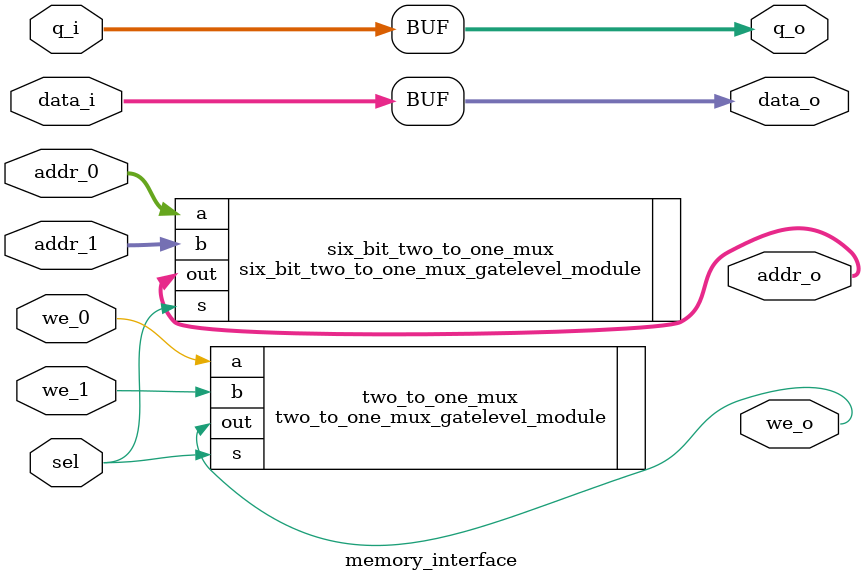
<source format=v>
module memory_interface(
    input [7:0] data_i,
    input we_0,
    input we_1,
    input sel,
    input [5:0] addr_0,
    input [5:0] addr_1,
    input [7:0] q_i,

    output [5:0] addr_o,
    output we_o,
    output [7:0] data_o,
    output [7:0] q_o
);
    six_bit_two_to_one_mux_gatelevel_module six_bit_two_to_one_mux(
        .a(addr_0),
        .b(addr_1),
        .s(sel),
        .out(addr_o)
    );

    two_to_one_mux_gatelevel_module two_to_one_mux(
	    .a(we_0), 
        .b(we_1),
	    .s(sel),	
	    .out(we_o)
    );

    assign data_o = data_i;
    assign q_o = q_i;
endmodule
</source>
